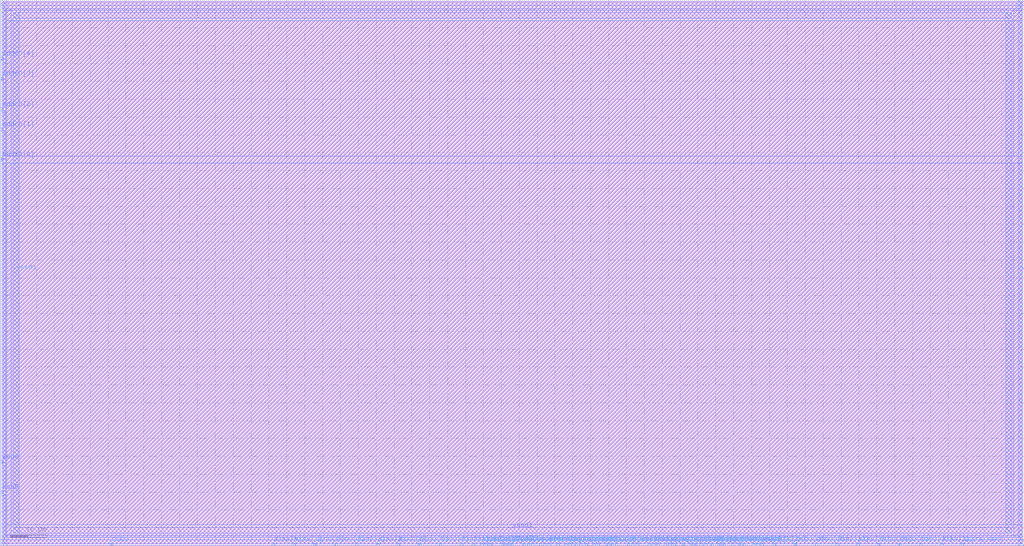
<source format=lef>
VERSION 5.4 ;
NAMESCASESENSITIVE ON ;
BUSBITCHARS "[]" ;
DIVIDERCHAR "/" ;
UNITS
  DATABASE MICRONS 1000 ;
END UNITS
MACRO myconfig_sky
   CLASS BLOCK ;
   SIZE 286.24 BY 152.84 ;
   SYMMETRY X Y R90 ;
   PIN din0[0]
      DIRECTION INPUT ;
      PORT
         LAYER met4 ;
         RECT  75.91 0.0 76.67 0.76 ;
      END
   END din0[0]
   PIN din0[1]
      DIRECTION INPUT ;
      PORT
         LAYER met4 ;
         RECT  81.75 0.0 82.51 0.76 ;
      END
   END din0[1]
   PIN din0[2]
      DIRECTION INPUT ;
      PORT
         LAYER met4 ;
         RECT  87.59 0.0 88.35 0.76 ;
      END
   END din0[2]
   PIN din0[3]
      DIRECTION INPUT ;
      PORT
         LAYER met4 ;
         RECT  93.43 0.0 94.19 0.76 ;
      END
   END din0[3]
   PIN din0[4]
      DIRECTION INPUT ;
      PORT
         LAYER met4 ;
         RECT  99.27 0.0 100.03 0.76 ;
      END
   END din0[4]
   PIN din0[5]
      DIRECTION INPUT ;
      PORT
         LAYER met4 ;
         RECT  105.11 0.0 105.87 0.76 ;
      END
   END din0[5]
   PIN din0[6]
      DIRECTION INPUT ;
      PORT
         LAYER met4 ;
         RECT  110.95 0.0 111.71 0.76 ;
      END
   END din0[6]
   PIN din0[7]
      DIRECTION INPUT ;
      PORT
         LAYER met4 ;
         RECT  116.79 0.0 117.55 0.76 ;
      END
   END din0[7]
   PIN din0[8]
      DIRECTION INPUT ;
      PORT
         LAYER met4 ;
         RECT  122.63 0.0 123.39 0.76 ;
      END
   END din0[8]
   PIN din0[9]
      DIRECTION INPUT ;
      PORT
         LAYER met4 ;
         RECT  128.47 0.0 129.23 0.76 ;
      END
   END din0[9]
   PIN din0[10]
      DIRECTION INPUT ;
      PORT
         LAYER met4 ;
         RECT  134.31 0.0 135.07 0.76 ;
      END
   END din0[10]
   PIN din0[11]
      DIRECTION INPUT ;
      PORT
         LAYER met4 ;
         RECT  140.15 0.0 140.91 0.76 ;
      END
   END din0[11]
   PIN din0[12]
      DIRECTION INPUT ;
      PORT
         LAYER met4 ;
         RECT  145.99 0.0 146.75 0.76 ;
      END
   END din0[12]
   PIN din0[13]
      DIRECTION INPUT ;
      PORT
         LAYER met4 ;
         RECT  151.83 0.0 152.59 0.76 ;
      END
   END din0[13]
   PIN din0[14]
      DIRECTION INPUT ;
      PORT
         LAYER met4 ;
         RECT  157.67 0.0 158.43 0.76 ;
      END
   END din0[14]
   PIN din0[15]
      DIRECTION INPUT ;
      PORT
         LAYER met4 ;
         RECT  163.51 0.0 164.27 0.76 ;
      END
   END din0[15]
   PIN din0[16]
      DIRECTION INPUT ;
      PORT
         LAYER met4 ;
         RECT  169.35 0.0 170.11 0.76 ;
      END
   END din0[16]
   PIN din0[17]
      DIRECTION INPUT ;
      PORT
         LAYER met4 ;
         RECT  175.19 0.0 175.95 0.76 ;
      END
   END din0[17]
   PIN din0[18]
      DIRECTION INPUT ;
      PORT
         LAYER met4 ;
         RECT  181.03 0.0 181.79 0.76 ;
      END
   END din0[18]
   PIN din0[19]
      DIRECTION INPUT ;
      PORT
         LAYER met4 ;
         RECT  186.87 0.0 187.63 0.76 ;
      END
   END din0[19]
   PIN din0[20]
      DIRECTION INPUT ;
      PORT
         LAYER met4 ;
         RECT  192.71 0.0 193.47 0.76 ;
      END
   END din0[20]
   PIN din0[21]
      DIRECTION INPUT ;
      PORT
         LAYER met4 ;
         RECT  198.55 0.0 199.31 0.76 ;
      END
   END din0[21]
   PIN din0[22]
      DIRECTION INPUT ;
      PORT
         LAYER met4 ;
         RECT  204.39 0.0 205.15 0.76 ;
      END
   END din0[22]
   PIN din0[23]
      DIRECTION INPUT ;
      PORT
         LAYER met4 ;
         RECT  210.23 0.0 210.99 0.76 ;
      END
   END din0[23]
   PIN din0[24]
      DIRECTION INPUT ;
      PORT
         LAYER met4 ;
         RECT  216.07 0.0 216.83 0.76 ;
      END
   END din0[24]
   PIN din0[25]
      DIRECTION INPUT ;
      PORT
         LAYER met4 ;
         RECT  221.91 0.0 222.67 0.76 ;
      END
   END din0[25]
   PIN din0[26]
      DIRECTION INPUT ;
      PORT
         LAYER met4 ;
         RECT  227.75 0.0 228.51 0.76 ;
      END
   END din0[26]
   PIN din0[27]
      DIRECTION INPUT ;
      PORT
         LAYER met4 ;
         RECT  233.59 0.0 234.35 0.76 ;
      END
   END din0[27]
   PIN din0[28]
      DIRECTION INPUT ;
      PORT
         LAYER met4 ;
         RECT  239.43 0.0 240.19 0.76 ;
      END
   END din0[28]
   PIN din0[29]
      DIRECTION INPUT ;
      PORT
         LAYER met4 ;
         RECT  245.27 0.0 246.03 0.76 ;
      END
   END din0[29]
   PIN din0[30]
      DIRECTION INPUT ;
      PORT
         LAYER met4 ;
         RECT  251.11 0.0 251.87 0.76 ;
      END
   END din0[30]
   PIN din0[31]
      DIRECTION INPUT ;
      PORT
         LAYER met4 ;
         RECT  256.95 0.0 257.71 0.76 ;
      END
   END din0[31]
   PIN din0[32]
      DIRECTION INPUT ;
      PORT
         LAYER met4 ;
         RECT  262.79 0.0 263.55 0.76 ;
      END
   END din0[32]
   PIN addr0[0]
      DIRECTION INPUT ;
      PORT
         LAYER met3 ;
         RECT  0.0 107.69 0.76 108.45 ;
      END
   END addr0[0]
   PIN addr0[1]
      DIRECTION INPUT ;
      PORT
         LAYER met3 ;
         RECT  0.0 116.19 0.76 116.95 ;
      END
   END addr0[1]
   PIN addr0[2]
      DIRECTION INPUT ;
      PORT
         LAYER met3 ;
         RECT  0.0 121.83 0.76 122.59 ;
      END
   END addr0[2]
   PIN addr0[3]
      DIRECTION INPUT ;
      PORT
         LAYER met3 ;
         RECT  0.0 130.33 0.76 131.09 ;
      END
   END addr0[3]
   PIN addr0[4]
      DIRECTION INPUT ;
      PORT
         LAYER met3 ;
         RECT  0.0 135.97 0.76 136.73 ;
      END
   END addr0[4]
   PIN csb0
      DIRECTION INPUT ;
      PORT
         LAYER met3 ;
         RECT  0.0 14.68 0.76 15.44 ;
      END
   END csb0
   PIN web0
      DIRECTION INPUT ;
      PORT
         LAYER met3 ;
         RECT  0.0 23.18 0.76 23.94 ;
      END
   END web0
   PIN clk0
      DIRECTION INPUT ;
      PORT
         LAYER met4 ;
         RECT  30.625 0.0 31.385 0.76 ;
      END
   END clk0
   PIN spare_wen0
      DIRECTION INPUT ;
      PORT
         LAYER met4 ;
         RECT  268.63 0.0 269.39 0.76 ;
      END
   END spare_wen0
   PIN dout0[0]
      DIRECTION OUTPUT ;
      PORT
         LAYER met4 ;
         RECT  131.81 0.0 132.57 0.76 ;
      END
   END dout0[0]
   PIN dout0[1]
      DIRECTION OUTPUT ;
      PORT
         LAYER met4 ;
         RECT  135.54 0.0 136.3 0.76 ;
      END
   END dout0[1]
   PIN dout0[2]
      DIRECTION OUTPUT ;
      PORT
         LAYER met4 ;
         RECT  136.81 0.0 137.57 0.76 ;
      END
   END dout0[2]
   PIN dout0[3]
      DIRECTION OUTPUT ;
      PORT
         LAYER met4 ;
         RECT  141.34 0.0 142.1 0.76 ;
      END
   END dout0[3]
   PIN dout0[4]
      DIRECTION OUTPUT ;
      PORT
         LAYER met4 ;
         RECT  142.51 0.0 143.27 0.76 ;
      END
   END dout0[4]
   PIN dout0[5]
      DIRECTION OUTPUT ;
      PORT
         LAYER met4 ;
         RECT  147.24 0.0 148.0 0.76 ;
      END
   END dout0[5]
   PIN dout0[6]
      DIRECTION OUTPUT ;
      PORT
         LAYER met4 ;
         RECT  148.41 0.0 149.17 0.76 ;
      END
   END dout0[6]
   PIN dout0[7]
      DIRECTION OUTPUT ;
      PORT
         LAYER met4 ;
         RECT  150.54 0.0 151.3 0.76 ;
      END
   END dout0[7]
   PIN dout0[8]
      DIRECTION OUTPUT ;
      PORT
         LAYER met4 ;
         RECT  153.01 0.0 153.77 0.76 ;
      END
   END dout0[8]
   PIN dout0[9]
      DIRECTION OUTPUT ;
      PORT
         LAYER met4 ;
         RECT  155.54 0.0 156.3 0.76 ;
      END
   END dout0[9]
   PIN dout0[10]
      DIRECTION OUTPUT ;
      PORT
         LAYER met4 ;
         RECT  158.91 0.0 159.67 0.76 ;
      END
   END dout0[10]
   PIN dout0[11]
      DIRECTION OUTPUT ;
      PORT
         LAYER met4 ;
         RECT  160.54 0.0 161.3 0.76 ;
      END
   END dout0[11]
   PIN dout0[12]
      DIRECTION OUTPUT ;
      PORT
         LAYER met4 ;
         RECT  161.81 0.0 162.57 0.76 ;
      END
   END dout0[12]
   PIN dout0[13]
      DIRECTION OUTPUT ;
      PORT
         LAYER met4 ;
         RECT  165.54 0.0 166.3 0.76 ;
      END
   END dout0[13]
   PIN dout0[14]
      DIRECTION OUTPUT ;
      PORT
         LAYER met4 ;
         RECT  166.81 0.0 167.57 0.76 ;
      END
   END dout0[14]
   PIN dout0[15]
      DIRECTION OUTPUT ;
      PORT
         LAYER met4 ;
         RECT  170.54 0.0 171.3 0.76 ;
      END
   END dout0[15]
   PIN dout0[16]
      DIRECTION OUTPUT ;
      PORT
         LAYER met4 ;
         RECT  171.81 0.0 172.57 0.76 ;
      END
   END dout0[16]
   PIN dout0[17]
      DIRECTION OUTPUT ;
      PORT
         LAYER met4 ;
         RECT  176.44 0.0 177.2 0.76 ;
      END
   END dout0[17]
   PIN dout0[18]
      DIRECTION OUTPUT ;
      PORT
         LAYER met4 ;
         RECT  177.61 0.0 178.37 0.76 ;
      END
   END dout0[18]
   PIN dout0[19]
      DIRECTION OUTPUT ;
      PORT
         LAYER met4 ;
         RECT  182.24 0.0 183.0 0.76 ;
      END
   END dout0[19]
   PIN dout0[20]
      DIRECTION OUTPUT ;
      PORT
         LAYER met4 ;
         RECT  183.41 0.0 184.17 0.76 ;
      END
   END dout0[20]
   PIN dout0[21]
      DIRECTION OUTPUT ;
      PORT
         LAYER met4 ;
         RECT  185.54 0.0 186.3 0.76 ;
      END
   END dout0[21]
   PIN dout0[22]
      DIRECTION OUTPUT ;
      PORT
         LAYER met4 ;
         RECT  188.11 0.0 188.87 0.76 ;
      END
   END dout0[22]
   PIN dout0[23]
      DIRECTION OUTPUT ;
      PORT
         LAYER met4 ;
         RECT  190.54 0.0 191.3 0.76 ;
      END
   END dout0[23]
   PIN dout0[24]
      DIRECTION OUTPUT ;
      PORT
         LAYER met4 ;
         RECT  193.91 0.0 194.67 0.76 ;
      END
   END dout0[24]
   PIN dout0[25]
      DIRECTION OUTPUT ;
      PORT
         LAYER met4 ;
         RECT  195.54 0.0 196.3 0.76 ;
      END
   END dout0[25]
   PIN dout0[26]
      DIRECTION OUTPUT ;
      PORT
         LAYER met4 ;
         RECT  196.81 0.0 197.57 0.76 ;
      END
   END dout0[26]
   PIN dout0[27]
      DIRECTION OUTPUT ;
      PORT
         LAYER met4 ;
         RECT  200.54 0.0 201.3 0.76 ;
      END
   END dout0[27]
   PIN dout0[28]
      DIRECTION OUTPUT ;
      PORT
         LAYER met4 ;
         RECT  201.81 0.0 202.57 0.76 ;
      END
   END dout0[28]
   PIN dout0[29]
      DIRECTION OUTPUT ;
      PORT
         LAYER met4 ;
         RECT  206.24 0.0 207.0 0.76 ;
      END
   END dout0[29]
   PIN dout0[30]
      DIRECTION OUTPUT ;
      PORT
         LAYER met4 ;
         RECT  207.51 0.0 208.27 0.76 ;
      END
   END dout0[30]
   PIN dout0[31]
      DIRECTION OUTPUT ;
      PORT
         LAYER met4 ;
         RECT  211.44 0.0 212.2 0.76 ;
      END
   END dout0[31]
   PIN dout0[32]
      DIRECTION OUTPUT ;
      PORT
         LAYER met4 ;
         RECT  212.61 0.0 213.37 0.76 ;
      END
   END dout0[32]
   PIN vccd1
      DIRECTION INOUT ;
      USE POWER ; 
      SHAPE ABUTMENT ; 
      PORT
         LAYER met3 ;
         RECT  0.0 151.1 286.24 152.84 ;
         LAYER met4 ;
         RECT  0.0 0.0 1.74 152.84 ;
         LAYER met4 ;
         RECT  284.5 0.0 286.24 152.84 ;
         LAYER met3 ;
         RECT  0.0 0.0 286.24 1.74 ;
      END
   END vccd1
   PIN vssd1
      DIRECTION INOUT ;
      USE GROUND ; 
      SHAPE ABUTMENT ; 
      PORT
         LAYER met3 ;
         RECT  3.48 147.62 282.76 149.36 ;
         LAYER met4 ;
         RECT  281.02 3.48 282.76 149.36 ;
         LAYER met3 ;
         RECT  3.48 3.48 282.76 5.22 ;
         LAYER met4 ;
         RECT  3.48 3.48 5.22 149.36 ;
      END
   END vssd1
   OBS
   LAYER  met1 ;
      RECT  0.62 0.62 285.62 152.22 ;
   LAYER  met2 ;
      RECT  0.62 0.62 285.62 152.22 ;
   LAYER  met3 ;
      RECT  1.36 107.09 285.62 109.05 ;
      RECT  0.62 109.05 1.36 115.59 ;
      RECT  0.62 117.55 1.36 121.23 ;
      RECT  0.62 123.19 1.36 129.73 ;
      RECT  0.62 131.69 1.36 135.37 ;
      RECT  0.62 16.04 1.36 22.58 ;
      RECT  0.62 24.54 1.36 107.09 ;
      RECT  0.62 137.33 1.36 150.5 ;
      RECT  0.62 2.34 1.36 14.08 ;
      RECT  1.36 109.05 2.88 147.02 ;
      RECT  1.36 147.02 2.88 149.96 ;
      RECT  1.36 149.96 2.88 150.5 ;
      RECT  2.88 109.05 283.36 147.02 ;
      RECT  2.88 149.96 283.36 150.5 ;
      RECT  283.36 109.05 285.62 147.02 ;
      RECT  283.36 147.02 285.62 149.96 ;
      RECT  283.36 149.96 285.62 150.5 ;
      RECT  1.36 2.34 2.88 2.88 ;
      RECT  1.36 2.88 2.88 5.82 ;
      RECT  1.36 5.82 2.88 107.09 ;
      RECT  2.88 2.34 283.36 2.88 ;
      RECT  2.88 5.82 283.36 107.09 ;
      RECT  283.36 2.34 285.62 2.88 ;
      RECT  283.36 2.88 285.62 5.82 ;
      RECT  283.36 5.82 285.62 107.09 ;
   END
END    myconfig_sky
END    LIBRARY

</source>
